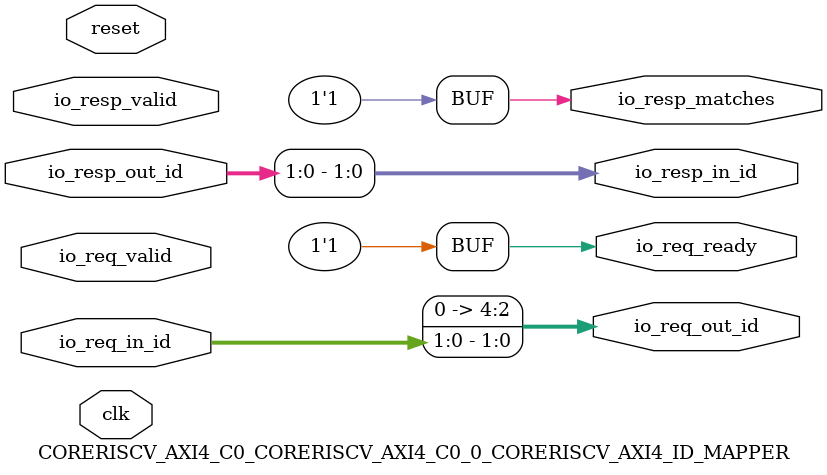
<source format=v>
`define RANDOMIZE
`timescale 1ns/10ps
module CORERISCV_AXI4_C0_CORERISCV_AXI4_C0_0_CORERISCV_AXI4_ID_MAPPER(
  input   clk,
  input   reset,
  input   io_req_valid,
  output  io_req_ready,
  input  [1:0] io_req_in_id,
  output [4:0] io_req_out_id,
  input   io_resp_valid,
  output  io_resp_matches,
  input  [4:0] io_resp_out_id,
  output [1:0] io_resp_in_id
);
  assign io_req_ready = 1'h1;
  assign io_req_out_id = {{3'd0}, io_req_in_id};
  assign io_resp_matches = 1'h1;
  assign io_resp_in_id = io_resp_out_id[1:0];
endmodule

</source>
